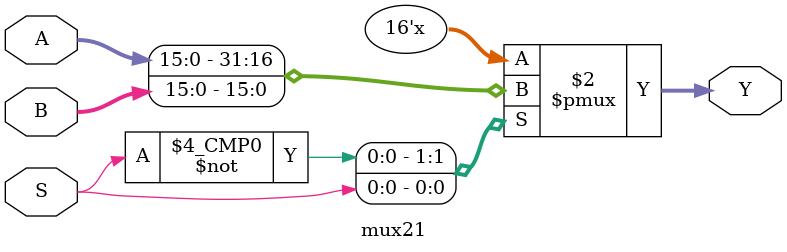
<source format=v>
`timescale 1ns / 1ps


module mux21(
    input [15:0] A, // Mux Input 1
    input [15:0] B, // Mux Input 2
    input S, // Select
    output reg [15:0] Y // Mux Output
    );

    always @(S) begin
        case (S)
            1'b0: begin
                Y <= A;
            end 
            1'b1: begin
                Y <= B;
            end
            default: begin
                Y <= 16'bz;
            end
        endcase
    end
endmodule

</source>
